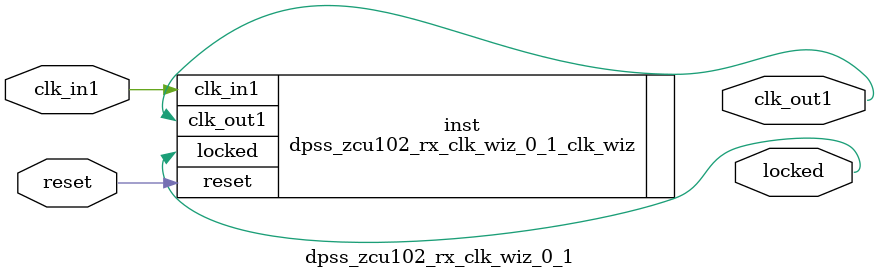
<source format=v>


`timescale 1ps/1ps

(* CORE_GENERATION_INFO = "dpss_zcu102_rx_clk_wiz_0_1,clk_wiz_v6_0_5_0_0,{component_name=dpss_zcu102_rx_clk_wiz_0_1,use_phase_alignment=false,use_min_o_jitter=false,use_max_i_jitter=false,use_dyn_phase_shift=false,use_inclk_switchover=false,use_dyn_reconfig=false,enable_axi=0,feedback_source=FDBK_AUTO,PRIMITIVE=MMCM,num_out_clk=1,clkin1_period=3.333,clkin2_period=10.0,use_power_down=false,use_reset=true,use_locked=true,use_inclk_stopped=false,feedback_type=SINGLE,CLOCK_MGR_TYPE=NA,manual_override=false}" *)

module dpss_zcu102_rx_clk_wiz_0_1 
 (
  // Clock out ports
  output        clk_out1,
  // Status and control signals
  input         reset,
  output        locked,
 // Clock in ports
  input         clk_in1
 );

  dpss_zcu102_rx_clk_wiz_0_1_clk_wiz inst
  (
  // Clock out ports  
  .clk_out1(clk_out1),
  // Status and control signals               
  .reset(reset), 
  .locked(locked),
 // Clock in ports
  .clk_in1(clk_in1)
  );

endmodule

</source>
